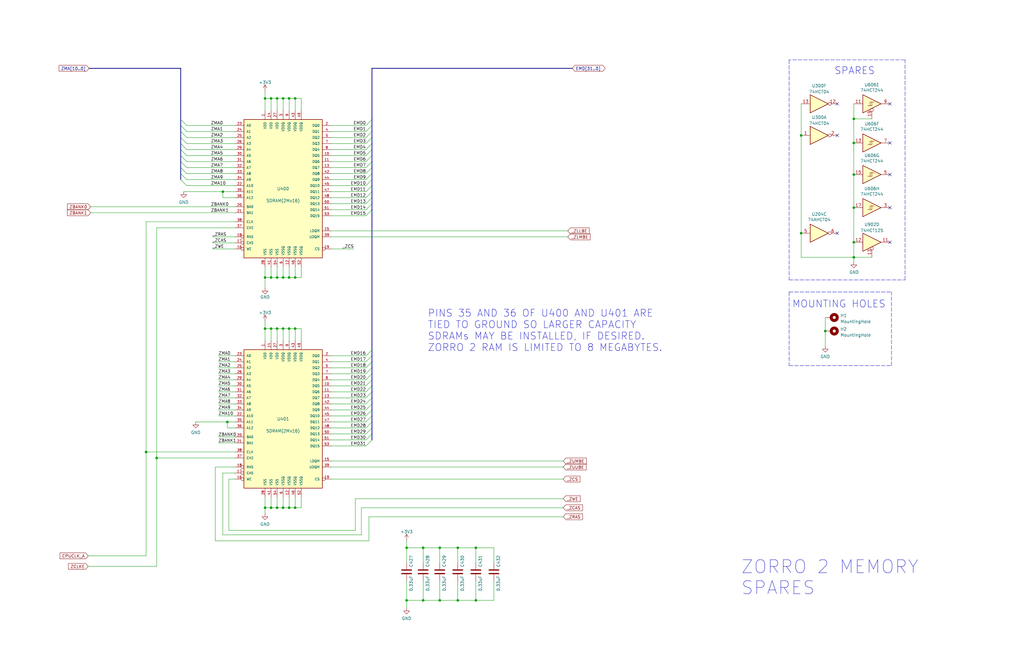
<source format=kicad_sch>
(kicad_sch (version 20211123) (generator eeschema)
  (paper "B")
  (title_block (title "Amiga N2630") (date "2022-07-22") (rev "2.1"))
  (lib_symbols
    (symbol "74xx:74HCT04"
      (property "Reference" "U" (at 0 1.27 0))
      (property "Value" "74HCT04" (at 0 -1.27 0))
      (symbol "74HCT04_1_0"
        (polyline (pts (xy -3.81 3.81) (xy -3.81 -3.81) (xy 3.81 0) (xy -3.81 3.81)) (stroke (width 0.254)) (fill (type background)))
        (pin input line (at -7.62 0 0) (length 3.81) (name "~") (number "1"))
        (pin output inverted (at 7.62 0 180) (length 3.81) (name "~") (number "2"))
      )
      (symbol "74HCT04_2_0"
        (polyline (pts (xy -3.81 3.81) (xy -3.81 -3.81) (xy 3.81 0) (xy -3.81 3.81)) (stroke (width 0.254)) (fill (type background)))
        (pin input line (at -7.62 0 0) (length 3.81) (name "~") (number "3"))
        (pin output inverted (at 7.62 0 180) (length 3.81) (name "~") (number "4"))
      )
      (symbol "74HCT04_3_0"
        (polyline (pts (xy -3.81 3.81) (xy -3.81 -3.81) (xy 3.81 0) (xy -3.81 3.81)) (stroke (width 0.254)) (fill (type background)))
        (pin input line (at -7.62 0 0) (length 3.81) (name "~") (number "5"))
        (pin output inverted (at 7.62 0 180) (length 3.81) (name "~") (number "6"))
      )
      (symbol "74HCT04_4_0"
        (polyline (pts (xy -3.81 3.81) (xy -3.81 -3.81) (xy 3.81 0) (xy -3.81 3.81)) (stroke (width 0.254)) (fill (type background)))
        (pin output inverted (at 7.62 0 180) (length 3.81) (name "~") (number "8"))
        (pin input line (at -7.62 0 0) (length 3.81) (name "~") (number "9"))
      )
      (symbol "74HCT04_5_0"
        (polyline (pts (xy -3.81 3.81) (xy -3.81 -3.81) (xy 3.81 0) (xy -3.81 3.81)) (stroke (width 0.254)) (fill (type background)))
        (pin output inverted (at 7.62 0 180) (length 3.81) (name "~") (number "10"))
        (pin input line (at -7.62 0 0) (length 3.81) (name "~") (number "11"))
      )
      (symbol "74HCT04_6_0"
        (polyline (pts (xy -3.81 3.81) (xy -3.81 -3.81) (xy 3.81 0) (xy -3.81 3.81)) (stroke (width 0.254)) (fill (type background)))
        (pin output inverted (at 7.62 0 180) (length 3.81) (name "~") (number "12"))
        (pin input line (at -7.62 0 0) (length 3.81) (name "~") (number "13"))
      )
      (symbol "74HCT04_7_0"
        (pin power_in line (at 0 12.7 270) (length 5.08) (name "VCC") (number "14"))
        (pin power_in line (at 0 -12.7 90) (length 5.08) (name "GND") (number "7"))
      )
      (symbol "74HCT04_7_1"
        (rectangle (start -5.08 7.62) (end 5.08 -7.62) (stroke (width 0.254)) (fill (type background)))
      )
    )
    (symbol "74xx:74LS05" (pin_names (offset 1.016))
      (property "Reference" "U" (at 0 1.27 0))
      (property "Value" "74LS05" (at 0 -1.27 0))
      (symbol "74LS05_1_0"
        (polyline (pts (xy -3.81 3.81) (xy -3.81 -3.81) (xy 3.81 0) (xy -3.81 3.81)) (stroke (width 0.254)) (fill (type background)))
        (pin input line (at -7.62 0 0) (length 3.81) (name "~") (number "1"))
        (pin open_collector inverted (at 7.62 0 180) (length 3.81) (name "~") (number "2"))
      )
      (symbol "74LS05_2_0"
        (polyline (pts (xy -3.81 3.81) (xy -3.81 -3.81) (xy 3.81 0) (xy -3.81 3.81)) (stroke (width 0.254)) (fill (type background)))
        (pin input line (at -7.62 0 0) (length 3.81) (name "~") (number "3"))
        (pin open_collector inverted (at 7.62 0 180) (length 3.81) (name "~") (number "4"))
      )
      (symbol "74LS05_3_0"
        (polyline (pts (xy -3.81 3.81) (xy -3.81 -3.81) (xy 3.81 0) (xy -3.81 3.81)) (stroke (width 0.254)) (fill (type background)))
        (pin input line (at -7.62 0 0) (length 3.81) (name "~") (number "5"))
        (pin open_collector inverted (at 7.62 0 180) (length 3.81) (name "~") (number "6"))
      )
      (symbol "74LS05_4_0"
        (polyline (pts (xy -3.81 3.81) (xy -3.81 -3.81) (xy 3.81 0) (xy -3.81 3.81)) (stroke (width 0.254)) (fill (type background)))
        (pin open_collector inverted (at 7.62 0 180) (length 3.81) (name "~") (number "8"))
        (pin input line (at -7.62 0 0) (length 3.81) (name "~") (number "9"))
      )
      (symbol "74LS05_5_0"
        (polyline (pts (xy -3.81 3.81) (xy -3.81 -3.81) (xy 3.81 0) (xy -3.81 3.81)) (stroke (width 0.254)) (fill (type background)))
        (pin open_collector inverted (at 7.62 0 180) (length 3.81) (name "~") (number "10"))
        (pin input line (at -7.62 0 0) (length 3.81) (name "~") (number "11"))
      )
      (symbol "74LS05_6_0"
        (polyline (pts (xy -3.81 3.81) (xy -3.81 -3.81) (xy 3.81 0) (xy -3.81 3.81)) (stroke (width 0.254)) (fill (type background)))
        (pin open_collector inverted (at 7.62 0 180) (length 3.81) (name "~") (number "12"))
        (pin input line (at -7.62 0 0) (length 3.81) (name "~") (number "13"))
      )
      (symbol "74LS05_7_0"
        (pin power_in line (at 0 12.7 270) (length 5.08) (name "VCC") (number "14"))
        (pin power_in line (at 0 -12.7 90) (length 5.08) (name "GND") (number "7"))
      )
      (symbol "74LS05_7_1"
        (rectangle (start -5.08 7.62) (end 5.08 -7.62) (stroke (width 0.254)) (fill (type background)))
      )
    )
    (symbol "74xx:74LS125" (pin_names (offset 1.016))
      (property "Reference" "U" (at 0 1.27 0))
      (property "Value" "74LS125" (at 0 -1.27 0))
      (symbol "74LS125_1_0"
        (polyline (pts (xy -3.81 3.81) (xy -3.81 -3.81) (xy 3.81 0) (xy -3.81 3.81)) (stroke (width 0.254)) (fill (type background)))
        (pin input inverted (at 0 -6.35 90) (length 4.445) (name "~") (number "1"))
        (pin input line (at -7.62 0 0) (length 3.81) (name "~") (number "2"))
        (pin tri_state line (at 7.62 0 180) (length 3.81) (name "~") (number "3"))
      )
      (symbol "74LS125_2_0"
        (polyline (pts (xy -3.81 3.81) (xy -3.81 -3.81) (xy 3.81 0) (xy -3.81 3.81)) (stroke (width 0.254)) (fill (type background)))
        (pin input inverted (at 0 -6.35 90) (length 4.445) (name "~") (number "4"))
        (pin input line (at -7.62 0 0) (length 3.81) (name "~") (number "5"))
        (pin tri_state line (at 7.62 0 180) (length 3.81) (name "~") (number "6"))
      )
      (symbol "74LS125_3_0"
        (polyline (pts (xy -3.81 3.81) (xy -3.81 -3.81) (xy 3.81 0) (xy -3.81 3.81)) (stroke (width 0.254)) (fill (type background)))
        (pin input inverted (at 0 -6.35 90) (length 4.445) (name "~") (number "10"))
        (pin tri_state line (at 7.62 0 180) (length 3.81) (name "~") (number "8"))
        (pin input line (at -7.62 0 0) (length 3.81) (name "~") (number "9"))
      )
      (symbol "74LS125_4_0"
        (polyline (pts (xy -3.81 3.81) (xy -3.81 -3.81) (xy 3.81 0) (xy -3.81 3.81)) (stroke (width 0.254)) (fill (type background)))
        (pin tri_state line (at 7.62 0 180) (length 3.81) (name "~") (number "11"))
        (pin input line (at -7.62 0 0) (length 3.81) (name "~") (number "12"))
        (pin input inverted (at 0 -6.35 90) (length 4.445) (name "~") (number "13"))
      )
      (symbol "74LS125_5_0"
        (pin power_in line (at 0 12.7 270) (length 5.08) (name "VCC") (number "14"))
        (pin power_in line (at 0 -12.7 90) (length 5.08) (name "GND") (number "7"))
      )
      (symbol "74LS125_5_1"
        (rectangle (start -5.08 7.62) (end 5.08 -7.62) (stroke (width 0.254)) (fill (type background)))
      )
    )
    (symbol "74xx:74LS244_Split"
      (property "Reference" "U" (at 0 1.27 0))
      (property "Value" "74LS244_Split" (at 0 -1.27 0))
      (symbol "74LS244_Split_1_0"
        (polyline (pts (xy -3.81 3.81) (xy -3.81 -3.81) (xy 3.81 0) (xy -3.81 3.81)) (stroke (width 0.254)) (fill (type background)))
        (pin input inverted (at 0 -6.35 90) (length 4.445) (name "~") (number "1"))
        (pin tri_state line (at 7.62 0 180) (length 3.81) (name "~") (number "18"))
        (pin input line (at -7.62 0 0) (length 3.81) (name "~") (number "2"))
      )
      (symbol "74LS244_Split_1_1"
        (polyline (pts (xy 0 0.762) (xy 0 -0.762) (xy -1.778 -0.762)))
        (polyline (pts (xy 1.016 0.762) (xy -0.762 0.762) (xy -0.762 -0.762)))
      )
      (symbol "74LS244_Split_2_0"
        (polyline (pts (xy -3.81 3.81) (xy -3.81 -3.81) (xy 3.81 0) (xy -3.81 3.81)) (stroke (width 0.254)) (fill (type background)))
        (pin tri_state line (at 7.62 0 180) (length 3.81) (name "~") (number "16"))
        (pin input line (at -7.62 0 0) (length 3.81) (name "~") (number "4"))
      )
      (symbol "74LS244_Split_2_1"
        (polyline (pts (xy 0 0.762) (xy 0 -0.762) (xy -1.778 -0.762)))
        (polyline (pts (xy 1.016 0.762) (xy -0.762 0.762) (xy -0.762 -0.762)))
      )
      (symbol "74LS244_Split_3_0"
        (polyline (pts (xy -3.81 3.81) (xy -3.81 -3.81) (xy 3.81 0) (xy -3.81 3.81)) (stroke (width 0.254)) (fill (type background)))
        (pin tri_state line (at 7.62 0 180) (length 3.81) (name "~") (number "14"))
        (pin input line (at -7.62 0 0) (length 3.81) (name "~") (number "6"))
      )
      (symbol "74LS244_Split_3_1"
        (polyline (pts (xy 0 0.762) (xy 0 -0.762) (xy -1.778 -0.762)))
        (polyline (pts (xy 1.016 0.762) (xy -0.762 0.762) (xy -0.762 -0.762)))
      )
      (symbol "74LS244_Split_4_0"
        (polyline (pts (xy -3.81 3.81) (xy -3.81 -3.81) (xy 3.81 0) (xy -3.81 3.81)) (stroke (width 0.254)) (fill (type background)))
        (pin tri_state line (at 7.62 0 180) (length 3.81) (name "~") (number "12"))
        (pin input line (at -7.62 0 0) (length 3.81) (name "~") (number "8"))
      )
      (symbol "74LS244_Split_4_1"
        (polyline (pts (xy 0 0.762) (xy 0 -0.762) (xy -1.778 -0.762)))
        (polyline (pts (xy 1.016 0.762) (xy -0.762 0.762) (xy -0.762 -0.762)))
      )
      (symbol "74LS244_Split_5_0"
        (polyline (pts (xy -3.81 3.81) (xy -3.81 -3.81) (xy 3.81 0) (xy -3.81 3.81)) (stroke (width 0.254)) (fill (type background)))
        (pin input line (at -7.62 0 0) (length 3.81) (name "~") (number "11"))
        (pin input inverted (at 0 -6.35 90) (length 4.445) (name "~") (number "19"))
        (pin tri_state line (at 7.62 0 180) (length 3.81) (name "~") (number "9"))
      )
      (symbol "74LS244_Split_5_1"
        (polyline (pts (xy 0 0.762) (xy 0 -0.762) (xy -1.778 -0.762)))
        (polyline (pts (xy 1.016 0.762) (xy -0.762 0.762) (xy -0.762 -0.762)))
      )
      (symbol "74LS244_Split_6_0"
        (polyline (pts (xy -3.81 3.81) (xy -3.81 -3.81) (xy 3.81 0) (xy -3.81 3.81)) (stroke (width 0.254)) (fill (type background)))
        (pin input line (at -7.62 0 0) (length 3.81) (name "~") (number "13"))
        (pin tri_state line (at 7.62 0 180) (length 3.81) (name "~") (number "7"))
      )
      (symbol "74LS244_Split_6_1"
        (polyline (pts (xy 0 0.762) (xy 0 -0.762) (xy -1.778 -0.762)))
        (polyline (pts (xy 1.016 0.762) (xy -0.762 0.762) (xy -0.762 -0.762)))
      )
      (symbol "74LS244_Split_7_0"
        (polyline (pts (xy -3.81 3.81) (xy -3.81 -3.81) (xy 3.81 0) (xy -3.81 3.81)) (stroke (width 0.254)) (fill (type background)))
        (pin input line (at -7.62 0 0) (length 3.81) (name "~") (number "15"))
        (pin tri_state line (at 7.62 0 180) (length 3.81) (name "~") (number "5"))
      )
      (symbol "74LS244_Split_7_1"
        (polyline (pts (xy 0 0.762) (xy 0 -0.762) (xy -1.778 -0.762)))
        (polyline (pts (xy 1.016 0.762) (xy -0.762 0.762) (xy -0.762 -0.762)))
      )
      (symbol "74LS244_Split_8_0"
        (polyline (pts (xy -3.81 3.81) (xy -3.81 -3.81) (xy 3.81 0) (xy -3.81 3.81)) (stroke (width 0.254)) (fill (type background)))
        (pin input line (at -7.62 0 0) (length 3.81) (name "~") (number "17"))
        (pin tri_state line (at 7.62 0 180) (length 3.81) (name "~") (number "3"))
      )
      (symbol "74LS244_Split_8_1"
        (polyline (pts (xy 0 0.762) (xy 0 -0.762) (xy -1.778 -0.762)))
        (polyline (pts (xy 1.016 0.762) (xy -0.762 0.762) (xy -0.762 -0.762)))
      )
      (symbol "74LS244_Split_9_0"
        (pin power_in line (at 0 -12.7 90) (length 5.08) (name "GND") (number "10"))
        (pin power_in line (at 0 12.7 270) (length 5.08) (name "VCC") (number "20"))
      )
      (symbol "74LS244_Split_9_1"
        (rectangle (start -5.08 7.62) (end 5.08 -7.62) (stroke (width 0.254)) (fill (type background)))
      )
    )
    (symbol "Device:C" (pin_numbers hide) (pin_names (offset 0.254))
      (property "Reference" "C" (at 0.635 2.54 0))
      (property "Value" "C" (at 0.635 -2.54 0))
      (symbol "C_0_1"
        (polyline (pts (xy -2.032 -0.762) (xy 2.032 -0.762)) (stroke (width 0.508)))
        (polyline (pts (xy -2.032 0.762) (xy 2.032 0.762)) (stroke (width 0.508)))
      )
      (symbol "C_1_1"
        (pin passive line (at 0 3.81 270) (length 2.794) (name "~") (number "1"))
        (pin passive line (at 0 -3.81 90) (length 2.794) (name "~") (number "2"))
      )
    )
    (symbol "Mechanical:MountingHole_Pad" (pin_numbers hide) (pin_names (offset 1.016) hide)
      (property "Reference" "H" (at 0 6.35 0))
      (property "Value" "MountingHole_Pad" (at 0 4.445 0))
      (symbol "MountingHole_Pad_0_1"
        (circle (center 0 1.27) (radius 1.27) (stroke (width 1.27)))
      )
      (symbol "MountingHole_Pad_1_1"
        (pin input line (at 0 -2.54 90) (length 2.54) (name "1") (number "1"))
      )
    )
    (symbol "N2630:SDRAM_256MB(16Mx16)" (pin_names (offset 1.016))
      (property "Reference" "U" (at -1.27 3.81 0))
      (property "Value" "SDRAM_256MB(16Mx16)" (at 0 -3.81 0))
      (symbol "SDRAM_256MB(16Mx16)_0_0"
        (pin input line (at -20.32 -3.81 0) (length 3.81) (name "A12") (number "36"))
      )
      (symbol "SDRAM_256MB(16Mx16)_0_1"
        (rectangle (start -16.51 29.21) (end 16.51 -29.21) (stroke (width 0.254)) (fill (type background)))
      )
      (symbol "SDRAM_256MB(16Mx16)_1_1"
        (pin power_in line (at -7.62 33.02 270) (length 3.81) (name "VDD") (number "1"))
        (pin bidirectional line (at 20.32 13.97 180) (length 3.81) (name "DQ5") (number "10"))
        (pin bidirectional line (at 20.32 11.43 180) (length 3.81) (name "DQ6") (number "11"))
        (pin power_in line (at 2.54 -33.02 90) (length 3.81) (name "VSSQ") (number "12"))
        (pin bidirectional line (at 20.32 8.89 180) (length 3.81) (name "DQ7") (number "13"))
        (pin power_in line (at -5.08 33.02 270) (length 3.81) (name "VDD") (number "14"))
        (pin input line (at 20.32 -17.78 180) (length 3.81) (name "LDQM") (number "15"))
        (pin input inverted (at -20.32 -25.4 0) (length 3.81) (name "WE") (number "16"))
        (pin input inverted (at -20.32 -22.86 0) (length 3.81) (name "CAS") (number "17"))
        (pin input inverted (at -20.32 -20.32 0) (length 3.81) (name "RAS") (number "18"))
        (pin input inverted (at 20.32 -25.4 180) (length 3.81) (name "CS") (number "19"))
        (pin bidirectional line (at 20.32 26.67 180) (length 3.81) (name "DQ0") (number "2"))
        (pin input line (at -20.32 -7.62 0) (length 3.81) (name "BA0") (number "20"))
        (pin input line (at -20.32 -10.16 0) (length 3.81) (name "BA1") (number "21"))
        (pin input line (at -20.32 1.27 0) (length 3.81) (name "A10") (number "22"))
        (pin input line (at -20.32 26.67 0) (length 3.81) (name "A0") (number "23"))
        (pin input line (at -20.32 24.13 0) (length 3.81) (name "A1") (number "24"))
        (pin input line (at -20.32 21.59 0) (length 3.81) (name "A2") (number "25"))
        (pin input line (at -20.32 19.05 0) (length 3.81) (name "A3") (number "26"))
        (pin power_in line (at -2.54 33.02 270) (length 3.81) (name "VDD") (number "27"))
        (pin power_in line (at -7.62 -33.02 90) (length 3.81) (name "VSS") (number "28"))
        (pin input line (at -20.32 16.51 0) (length 3.81) (name "A4") (number "29"))
        (pin power_in line (at 0 33.02 270) (length 3.81) (name "VDDQ") (number "3"))
        (pin input line (at -20.32 13.97 0) (length 3.81) (name "A5") (number "30"))
        (pin input line (at -20.32 11.43 0) (length 3.81) (name "A6") (number "31"))
        (pin input line (at -20.32 8.89 0) (length 3.81) (name "A7") (number "32"))
        (pin input line (at -20.32 6.35 0) (length 3.81) (name "A8") (number "33"))
        (pin input line (at -20.32 3.81 0) (length 3.81) (name "A9") (number "34"))
        (pin input line (at -20.32 -1.27 0) (length 3.81) (name "A11") (number "35"))
        (pin input line (at -20.32 -16.51 0) (length 3.81) (name "CKE") (number "37"))
        (pin input line (at -20.32 -13.97 0) (length 3.81) (name "CLK") (number "38"))
        (pin input line (at 20.32 -20.32 180) (length 3.81) (name "UDQM") (number "39"))
        (pin bidirectional line (at 20.32 24.13 180) (length 3.81) (name "DQ1") (number "4"))
        (pin power_in line (at -5.08 -33.02 90) (length 3.81) (name "VSS") (number "41"))
        (pin bidirectional line (at 20.32 6.35 180) (length 3.81) (name "DQ8") (number "42"))
        (pin power_in line (at 5.08 33.02 270) (length 3.81) (name "VDDQ") (number "43"))
        (pin bidirectional line (at 20.32 3.81 180) (length 3.81) (name "DQ9") (number "44"))
        (pin bidirectional line (at 20.32 1.27 180) (length 3.81) (name "DQ10") (number "45"))
        (pin power_in line (at 5.08 -33.02 90) (length 3.81) (name "VSSQ") (number "46"))
        (pin bidirectional line (at 20.32 -1.27 180) (length 3.81) (name "DQ11") (number "47"))
        (pin bidirectional line (at 20.32 -3.81 180) (length 3.81) (name "DQ12") (number "48"))
        (pin power_in line (at 7.62 33.02 270) (length 3.81) (name "VDDQ") (number "49"))
        (pin bidirectional line (at 20.32 21.59 180) (length 3.81) (name "DQ2") (number "5"))
        (pin bidirectional line (at 20.32 -6.35 180) (length 3.81) (name "DQ13") (number "50"))
        (pin bidirectional line (at 20.32 -8.89 180) (length 3.81) (name "DQ14") (number "51"))
        (pin power_in line (at 7.62 -33.02 90) (length 3.81) (name "VSSQ") (number "52"))
        (pin bidirectional line (at 20.32 -11.43 180) (length 3.81) (name "DQ15") (number "53"))
        (pin power_in line (at -2.54 -33.02 90) (length 3.81) (name "VSS") (number "54"))
        (pin power_in line (at 0 -33.02 90) (length 3.81) (name "VSSQ") (number "6"))
        (pin bidirectional line (at 20.32 19.05 180) (length 3.81) (name "DQ3") (number "7"))
        (pin bidirectional line (at 20.32 16.51 180) (length 3.81) (name "DQ4") (number "8"))
        (pin power_in line (at 2.54 33.02 270) (length 3.81) (name "VDDQ") (number "9"))
      )
    )
    (symbol "power:+3.3V" (power) (pin_names (offset 0))
      (property "Value" "+3.3V" (at 0 3.556 0))
      (symbol "+3.3V_0_1"
        (polyline (pts (xy -0.762 1.27) (xy 0 2.54)))
        (polyline (pts (xy 0 0) (xy 0 2.54)))
        (polyline (pts (xy 0 2.54) (xy 0.762 1.27)))
      )
      (symbol "+3.3V_1_1"
        (pin power_in line (at 0 0 90) (length 0) hide (name "+3V3") (number "1"))
      )
    )
    (symbol "power:GND" (power) (pin_names (offset 0))
      (property "Value" "GND" (at 0 -3.81 0))
      (symbol "GND_0_1"
        (polyline (pts (xy 0 0) (xy 0 -1.27) (xy 1.27 -1.27) (xy 0 -2.54) (xy -1.27 -1.27) (xy 0 -1.27)))
      )
      (symbol "GND_1_1"
        (pin power_in line (at 0 0 270) (length 0) hide (name "GND") (number "1"))
      )
    )
  )
  (junction (at 171.45 253.365))
  (junction (at 119.38 138.684))
  (junction (at 360.045 108.585))
  (junction (at 121.92 41.529))
  (junction (at 111.76 117.094))
  (junction (at 111.76 138.684))
  (junction (at 171.45 231.14))
  (junction (at 193.04 231.14))
  (junction (at 124.46 41.529))
  (junction (at 178.435 231.14))
  (junction (at 95.885 178.054))
  (junction (at 114.3 214.249))
  (junction (at 114.3 117.094))
  (junction (at 111.76 41.529))
  (junction (at 116.84 41.529))
  (junction (at 93.98 80.899))
  (junction (at 178.435 253.365))
  (junction (at 114.3 138.684))
  (junction (at 200.66 253.365))
  (junction (at 360.045 87.63))
  (junction (at 121.92 138.684))
  (junction (at 61.595 190.754))
  (junction (at 119.38 117.094))
  (junction (at 116.84 117.094))
  (junction (at 114.3 41.529))
  (junction (at 116.84 214.249))
  (junction (at 116.84 138.684))
  (junction (at 360.045 60.325))
  (junction (at 360.045 102.235))
  (junction (at 337.82 98.425))
  (junction (at 337.82 57.15))
  (junction (at 124.46 138.684))
  (junction (at 124.46 117.094))
  (junction (at 124.46 214.249))
  (junction (at 185.42 253.365))
  (junction (at 347.98 139.7))
  (junction (at 119.38 41.529))
  (junction (at 200.66 231.14))
  (junction (at 360.045 50.165))
  (junction (at 119.38 214.249))
  (junction (at 111.76 214.249))
  (junction (at 66.04 193.294))
  (junction (at 121.92 214.249))
  (junction (at 360.045 73.66))
  (junction (at 121.92 117.094))
  (junction (at 185.42 231.14))
  (junction (at 193.04 253.365))
  (no_connect (at 375.285 102.235))
  (no_connect (at 375.285 43.815))
  (no_connect (at 375.285 87.63))
  (no_connect (at 375.285 60.325))
  (no_connect (at 375.285 73.66))
  (no_connect (at 353.06 43.815))
  (no_connect (at 353.06 98.425))
  (no_connect (at 353.06 57.15))
  (bus_entry (at 154.305 152.654) (size 2.54 -2.54))
  (bus_entry (at 154.305 55.499) (size 2.54 -2.54))
  (bus_entry (at 154.305 175.514) (size 2.54 -2.54))
  (bus_entry (at 154.305 185.674) (size 2.54 -2.54))
  (bus_entry (at 154.305 65.659) (size 2.54 -2.54))
  (bus_entry (at 154.305 91.059) (size 2.54 -2.54))
  (bus_entry (at 154.305 157.734) (size 2.54 -2.54))
  (bus_entry (at 154.305 75.819) (size 2.54 -2.54))
  (bus_entry (at 154.305 188.214) (size 2.54 -2.54))
  (bus_entry (at 154.305 70.739) (size 2.54 -2.54))
  (bus_entry (at 154.305 165.354) (size 2.54 -2.54))
  (bus_entry (at 154.305 178.054) (size 2.54 -2.54))
  (bus_entry (at 154.305 80.899) (size 2.54 -2.54))
  (bus_entry (at 154.305 160.274) (size 2.54 -2.54))
  (bus_entry (at 154.305 162.814) (size 2.54 -2.54))
  (bus_entry (at 154.305 68.199) (size 2.54 -2.54))
  (bus_entry (at 154.305 58.039) (size 2.54 -2.54))
  (bus_entry (at 154.305 183.134) (size 2.54 -2.54))
  (bus_entry (at 154.305 85.979) (size 2.54 -2.54))
  (bus_entry (at 154.305 170.434) (size 2.54 -2.54))
  (bus_entry (at 154.432 150.114) (size 2.54 -2.54))
  (bus_entry (at 154.305 155.194) (size 2.54 -2.54))
  (bus_entry (at 154.305 180.594) (size 2.54 -2.54))
  (bus_entry (at 154.305 60.579) (size 2.54 -2.54))
  (bus_entry (at 154.305 73.279) (size 2.54 -2.54))
  (bus_entry (at 154.305 172.974) (size 2.54 -2.54))
  (bus_entry (at 154.305 88.519) (size 2.54 -2.54))
  (bus_entry (at 154.305 83.439) (size 2.54 -2.54))
  (bus_entry (at 154.305 52.959) (size 2.54 -2.54))
  (bus_entry (at 78.74 52.959) (size -2.54 -2.54))
  (bus_entry (at 78.74 55.499) (size -2.54 -2.54))
  (bus_entry (at 78.74 58.039) (size -2.54 -2.54))
  (bus_entry (at 78.74 60.579) (size -2.54 -2.54))
  (bus_entry (at 78.74 63.119) (size -2.54 -2.54))
  (bus_entry (at 78.74 70.739) (size -2.54 -2.54))
  (bus_entry (at 78.74 73.279) (size -2.54 -2.54))
  (bus_entry (at 78.74 75.819) (size -2.54 -2.54))
  (bus_entry (at 78.74 78.359) (size -2.54 -2.54))
  (bus_entry (at 78.74 68.199) (size -2.54 -2.54))
  (bus_entry (at 78.74 65.659) (size -2.54 -2.54))
  (bus_entry (at 154.305 78.359) (size 2.54 -2.54))
  (bus_entry (at 154.305 167.894) (size 2.54 -2.54))
  (bus_entry (at 154.305 63.119) (size 2.54 -2.54))
  (wire (pts (xy 92.075 165.354) (xy 99.06 165.354)))
  (wire (pts (xy 367.665 50.165) (xy 360.045 50.165)))
  (wire (pts (xy 139.7 162.814) (xy 154.305 162.814)))
  (wire (pts (xy 66.04 193.294) (xy 66.04 96.139)))
  (wire (pts (xy 93.98 199.644) (xy 93.98 225.679)))
  (wire (pts (xy 78.74 58.039) (xy 99.06 58.039)))
  (wire (pts (xy 111.76 214.249) (xy 114.3 214.249)))
  (bus (pts (xy 156.845 85.979) (xy 156.845 83.439)))
  (wire (pts (xy 139.7 160.274) (xy 154.305 160.274)))
  (wire (pts (xy 208.28 253.365) (xy 208.28 245.11)))
  (wire (pts (xy 121.92 138.684) (xy 121.92 143.764)))
  (wire (pts (xy 92.075 172.974) (xy 99.06 172.974)))
  (wire (pts (xy 121.92 209.804) (xy 121.92 214.249)))
  (wire (pts (xy 114.3 41.529) (xy 116.84 41.529)))
  (wire (pts (xy 127 209.804) (xy 127 214.249)))
  (wire (pts (xy 78.74 78.359) (xy 99.06 78.359)))
  (wire (pts (xy 139.7 172.974) (xy 154.305 172.974)))
  (wire (pts (xy 139.7 180.594) (xy 154.305 180.594)))
  (wire (pts (xy 119.38 117.094) (xy 121.92 117.094)))
  (wire (pts (xy 116.84 138.684) (xy 116.84 143.764)))
  (wire (pts (xy 149.86 210.439) (xy 237.49 210.439)))
  (wire (pts (xy 114.3 138.684) (xy 116.84 138.684)))
  (wire (pts (xy 78.74 70.739) (xy 99.06 70.739)))
  (wire (pts (xy 124.46 112.649) (xy 124.46 117.094)))
  (wire (pts (xy 121.92 214.249) (xy 124.46 214.249)))
  (wire (pts (xy 116.84 112.649) (xy 116.84 117.094)))
  (wire (pts (xy 119.38 214.249) (xy 121.92 214.249)))
  (wire (pts (xy 96.52 223.774) (xy 149.86 223.774)))
  (wire (pts (xy 171.45 253.365) (xy 171.45 256.54)))
  (bus (pts (xy 37.592 28.829) (xy 76.2 28.829)))
  (bus (pts (xy 156.845 28.829) (xy 241.3 28.829)))
  (bus (pts (xy 76.2 68.199) (xy 76.2 65.659)))
  (bus (pts (xy 156.845 160.274) (xy 156.845 157.734)))
  (wire (pts (xy 111.76 46.609) (xy 111.76 41.529)))
  (bus (pts (xy 156.845 55.499) (xy 156.845 52.959)))
  (wire (pts (xy 95.885 178.054) (xy 99.06 178.054)))
  (bus (pts (xy 156.845 83.439) (xy 156.845 80.899)))
  (wire (pts (xy 171.45 253.365) (xy 178.435 253.365)))
  (wire (pts (xy 139.7 105.029) (xy 149.225 105.029)))
  (wire (pts (xy 78.74 73.279) (xy 99.06 73.279)))
  (bus (pts (xy 76.2 70.739) (xy 76.2 68.199)))
  (wire (pts (xy 360.045 108.585) (xy 360.045 110.49)))
  (wire (pts (xy 208.28 231.14) (xy 200.66 231.14)))
  (wire (pts (xy 139.7 91.059) (xy 154.305 91.059)))
  (wire (pts (xy 139.7 185.674) (xy 154.305 185.674)))
  (wire (pts (xy 200.66 253.365) (xy 200.66 245.11)))
  (wire (pts (xy 193.04 237.49) (xy 193.04 231.14)))
  (wire (pts (xy 139.7 157.734) (xy 154.305 157.734)))
  (wire (pts (xy 337.82 43.815) (xy 337.82 57.15)))
  (wire (pts (xy 96.52 202.184) (xy 96.52 223.774)))
  (wire (pts (xy 99.06 93.599) (xy 61.595 93.599)))
  (wire (pts (xy 193.04 253.365) (xy 200.66 253.365)))
  (wire (pts (xy 124.46 138.684) (xy 124.46 143.764)))
  (wire (pts (xy 152.4 225.679) (xy 152.4 214.249)))
  (wire (pts (xy 78.74 52.959) (xy 99.06 52.959)))
  (bus (pts (xy 156.845 52.959) (xy 156.845 50.419)))
  (bus (pts (xy 156.845 178.054) (xy 156.845 175.514)))
  (wire (pts (xy 360.045 60.325) (xy 360.045 73.66)))
  (wire (pts (xy 111.76 117.094) (xy 111.76 121.539)))
  (bus (pts (xy 156.845 185.674) (xy 156.845 183.134)))
  (wire (pts (xy 139.7 167.894) (xy 154.305 167.894)))
  (bus (pts (xy 76.2 55.499) (xy 76.2 52.959)))
  (wire (pts (xy 139.7 152.654) (xy 154.305 152.654)))
  (wire (pts (xy 92.075 157.734) (xy 99.06 157.734)))
  (wire (pts (xy 200.66 231.14) (xy 193.04 231.14)))
  (wire (pts (xy 111.76 209.804) (xy 111.76 214.249)))
  (wire (pts (xy 139.7 65.659) (xy 154.305 65.659)))
  (wire (pts (xy 78.74 65.659) (xy 99.06 65.659)))
  (wire (pts (xy 116.84 138.684) (xy 119.38 138.684)))
  (wire (pts (xy 78.74 55.499) (xy 99.06 55.499)))
  (wire (pts (xy 99.06 199.644) (xy 93.98 199.644)))
  (wire (pts (xy 114.3 117.094) (xy 116.84 117.094)))
  (wire (pts (xy 139.7 78.359) (xy 154.305 78.359)))
  (bus (pts (xy 156.845 183.134) (xy 156.845 180.594)))
  (wire (pts (xy 360.045 73.66) (xy 360.045 87.63)))
  (wire (pts (xy 360.045 108.585) (xy 337.82 108.585)))
  (wire (pts (xy 90.805 228.219) (xy 155.575 228.219)))
  (polyline (pts (xy 332.74 25.273) (xy 332.74 118.11)))
  (bus (pts (xy 156.845 78.359) (xy 156.845 75.819)))
  (wire (pts (xy 92.075 160.274) (xy 99.06 160.274)))
  (polyline (pts (xy 375.92 154.305) (xy 375.92 123.19)))
  (bus (pts (xy 156.845 58.039) (xy 156.845 55.499)))
  (bus (pts (xy 156.845 165.354) (xy 156.845 162.814)))
  (wire (pts (xy 124.46 138.684) (xy 127 138.684)))
  (wire (pts (xy 178.435 245.11) (xy 178.435 253.365)))
  (bus (pts (xy 156.845 155.194) (xy 156.845 152.654)))
  (wire (pts (xy 61.595 93.599) (xy 61.595 190.754)))
  (wire (pts (xy 61.595 190.754) (xy 61.595 234.569)))
  (wire (pts (xy 139.7 85.979) (xy 154.305 85.979)))
  (bus (pts (xy 156.845 80.899) (xy 156.845 78.359)))
  (wire (pts (xy 200.66 253.365) (xy 208.28 253.365)))
  (polyline (pts (xy 381.635 25.273) (xy 332.74 25.273)))
  (wire (pts (xy 139.7 150.114) (xy 154.432 150.114)))
  (wire (pts (xy 139.7 55.499) (xy 154.305 55.499)))
  (wire (pts (xy 139.7 60.579) (xy 154.305 60.579)))
  (polyline (pts (xy 332.74 123.19) (xy 332.74 154.305)))
  (wire (pts (xy 139.7 73.279) (xy 154.305 73.279)))
  (wire (pts (xy 178.435 253.365) (xy 185.42 253.365)))
  (bus (pts (xy 156.845 73.279) (xy 156.845 70.739)))
  (wire (pts (xy 93.98 83.439) (xy 93.98 80.899)))
  (wire (pts (xy 360.045 43.815) (xy 360.045 50.165)))
  (bus (pts (xy 156.845 175.514) (xy 156.845 172.974)))
  (wire (pts (xy 152.4 214.249) (xy 237.49 214.249)))
  (wire (pts (xy 127 138.684) (xy 127 143.764)))
  (wire (pts (xy 78.74 63.119) (xy 99.06 63.119)))
  (bus (pts (xy 76.2 52.959) (xy 76.2 50.419)))
  (wire (pts (xy 89.535 105.029) (xy 99.06 105.029)))
  (wire (pts (xy 92.075 184.404) (xy 99.06 184.404)))
  (wire (pts (xy 139.7 197.104) (xy 237.49 197.104)))
  (wire (pts (xy 111.76 41.529) (xy 114.3 41.529)))
  (wire (pts (xy 92.075 186.944) (xy 99.06 186.944)))
  (wire (pts (xy 119.38 112.649) (xy 119.38 117.094)))
  (wire (pts (xy 89.535 102.489) (xy 99.06 102.489)))
  (wire (pts (xy 111.76 117.094) (xy 114.3 117.094)))
  (wire (pts (xy 116.84 117.094) (xy 119.38 117.094)))
  (wire (pts (xy 139.7 194.564) (xy 237.49 194.564)))
  (wire (pts (xy 61.595 190.754) (xy 99.06 190.754)))
  (wire (pts (xy 114.3 112.649) (xy 114.3 117.094)))
  (wire (pts (xy 171.45 245.11) (xy 171.45 253.365)))
  (wire (pts (xy 114.3 214.249) (xy 116.84 214.249)))
  (wire (pts (xy 139.7 165.354) (xy 154.305 165.354)))
  (wire (pts (xy 116.84 41.529) (xy 116.84 46.609)))
  (wire (pts (xy 139.7 68.199) (xy 154.305 68.199)))
  (wire (pts (xy 92.075 150.114) (xy 99.06 150.114)))
  (wire (pts (xy 111.76 214.249) (xy 111.76 216.789)))
  (wire (pts (xy 139.7 63.119) (xy 154.305 63.119)))
  (wire (pts (xy 119.38 138.684) (xy 121.92 138.684)))
  (wire (pts (xy 139.7 58.039) (xy 154.305 58.039)))
  (wire (pts (xy 139.7 183.134) (xy 154.305 183.134)))
  (wire (pts (xy 337.82 57.15) (xy 337.82 98.425)))
  (bus (pts (xy 156.845 180.594) (xy 156.845 178.054)))
  (wire (pts (xy 124.46 41.529) (xy 124.46 46.609)))
  (wire (pts (xy 66.04 193.294) (xy 99.06 193.294)))
  (wire (pts (xy 119.38 41.529) (xy 119.38 46.609)))
  (wire (pts (xy 193.04 253.365) (xy 193.04 245.11)))
  (wire (pts (xy 178.435 231.14) (xy 178.435 237.49)))
  (wire (pts (xy 111.76 135.509) (xy 111.76 138.684)))
  (wire (pts (xy 111.76 112.649) (xy 111.76 117.094)))
  (wire (pts (xy 99.06 197.104) (xy 90.805 197.104)))
  (wire (pts (xy 78.74 60.579) (xy 99.06 60.579)))
  (wire (pts (xy 139.7 202.184) (xy 237.49 202.184)))
  (wire (pts (xy 139.7 178.054) (xy 154.305 178.054)))
  (wire (pts (xy 139.7 83.439) (xy 154.305 83.439)))
  (bus (pts (xy 156.845 152.654) (xy 156.845 150.114)))
  (wire (pts (xy 347.98 133.985) (xy 347.98 139.7)))
  (wire (pts (xy 139.7 88.519) (xy 154.305 88.519)))
  (wire (pts (xy 99.06 180.594) (xy 95.885 180.594)))
  (bus (pts (xy 76.2 58.039) (xy 76.2 55.499)))
  (wire (pts (xy 185.42 231.14) (xy 178.435 231.14)))
  (wire (pts (xy 111.76 38.354) (xy 111.76 41.529)))
  (wire (pts (xy 92.075 162.814) (xy 99.06 162.814)))
  (wire (pts (xy 139.7 155.194) (xy 154.305 155.194)))
  (wire (pts (xy 200.66 237.49) (xy 200.66 231.14)))
  (bus (pts (xy 156.845 167.894) (xy 156.845 165.354)))
  (bus (pts (xy 156.845 172.974) (xy 156.845 170.434)))
  (wire (pts (xy 208.28 237.49) (xy 208.28 231.14)))
  (wire (pts (xy 185.42 245.11) (xy 185.42 253.365)))
  (wire (pts (xy 124.46 41.529) (xy 127 41.529)))
  (wire (pts (xy 92.075 167.894) (xy 99.06 167.894)))
  (wire (pts (xy 139.7 80.899) (xy 154.305 80.899)))
  (wire (pts (xy 178.435 231.14) (xy 171.45 231.14)))
  (wire (pts (xy 139.7 97.409) (xy 239.395 97.409)))
  (wire (pts (xy 78.74 75.819) (xy 99.06 75.819)))
  (wire (pts (xy 121.92 112.649) (xy 121.92 117.094)))
  (bus (pts (xy 156.845 150.114) (xy 156.845 88.519)))
  (wire (pts (xy 149.86 223.774) (xy 149.86 210.439)))
  (wire (pts (xy 111.76 143.764) (xy 111.76 138.684)))
  (wire (pts (xy 124.46 117.094) (xy 127 117.094)))
  (wire (pts (xy 360.045 50.165) (xy 360.045 60.325)))
  (wire (pts (xy 99.06 202.184) (xy 96.52 202.184)))
  (wire (pts (xy 139.7 70.739) (xy 154.305 70.739)))
  (bus (pts (xy 156.845 65.659) (xy 156.845 63.119)))
  (polyline (pts (xy 332.74 154.305) (xy 375.92 154.305)))
  (wire (pts (xy 114.3 209.804) (xy 114.3 214.249)))
  (bus (pts (xy 156.845 68.199) (xy 156.845 65.659)))
  (wire (pts (xy 99.06 83.439) (xy 93.98 83.439)))
  (bus (pts (xy 76.2 75.819) (xy 76.2 73.279)))
  (bus (pts (xy 76.2 65.659) (xy 76.2 63.119)))
  (polyline (pts (xy 332.74 118.11) (xy 381.635 118.11)))
  (wire (pts (xy 139.7 75.819) (xy 154.305 75.819)))
  (bus (pts (xy 156.845 170.434) (xy 156.845 167.894)))
  (bus (pts (xy 156.845 70.739) (xy 156.845 68.199)))
  (bus (pts (xy 76.2 60.579) (xy 76.2 58.039)))
  (wire (pts (xy 37.211 239.014) (xy 66.04 239.014)))
  (wire (pts (xy 92.075 155.194) (xy 99.06 155.194)))
  (wire (pts (xy 77.47 80.899) (xy 93.98 80.899)))
  (wire (pts (xy 121.92 41.529) (xy 124.46 41.529)))
  (wire (pts (xy 185.42 231.14) (xy 185.42 237.49)))
  (wire (pts (xy 119.38 209.804) (xy 119.38 214.249)))
  (wire (pts (xy 89.535 99.949) (xy 99.06 99.949)))
  (wire (pts (xy 92.075 175.514) (xy 99.06 175.514)))
  (wire (pts (xy 114.3 41.529) (xy 114.3 46.609)))
  (bus (pts (xy 156.845 88.519) (xy 156.845 85.979)))
  (wire (pts (xy 116.84 209.804) (xy 116.84 214.249)))
  (wire (pts (xy 121.92 138.684) (xy 124.46 138.684)))
  (wire (pts (xy 127 112.649) (xy 127 117.094)))
  (wire (pts (xy 171.45 231.14) (xy 171.45 237.49)))
  (bus (pts (xy 156.845 75.819) (xy 156.845 73.279)))
  (wire (pts (xy 92.075 152.654) (xy 99.06 152.654)))
  (wire (pts (xy 90.805 197.104) (xy 90.805 228.219)))
  (wire (pts (xy 66.04 96.139) (xy 99.06 96.139)))
  (wire (pts (xy 124.46 209.804) (xy 124.46 214.249)))
  (bus (pts (xy 156.845 50.419) (xy 156.845 28.829)))
  (wire (pts (xy 139.7 175.514) (xy 154.305 175.514)))
  (wire (pts (xy 93.98 80.899) (xy 99.06 80.899)))
  (wire (pts (xy 127 41.529) (xy 127 46.609)))
  (wire (pts (xy 185.42 253.365) (xy 193.04 253.365)))
  (wire (pts (xy 155.575 228.219) (xy 155.575 218.059)))
  (wire (pts (xy 193.04 231.14) (xy 185.42 231.14)))
  (wire (pts (xy 121.92 41.529) (xy 121.92 46.609)))
  (wire (pts (xy 37.211 234.569) (xy 61.595 234.569)))
  (wire (pts (xy 114.3 138.684) (xy 114.3 143.764)))
  (polyline (pts (xy 332.74 123.19) (xy 375.92 123.19)))
  (wire (pts (xy 360.045 108.585) (xy 367.665 108.585)))
  (wire (pts (xy 93.98 225.679) (xy 152.4 225.679)))
  (wire (pts (xy 347.98 139.7) (xy 347.98 146.05)))
  (polyline (pts (xy 381.635 118.11) (xy 381.635 25.273)))
  (bus (pts (xy 156.845 60.579) (xy 156.845 58.039)))
  (wire (pts (xy 38.227 87.249) (xy 99.06 87.249)))
  (wire (pts (xy 139.7 52.959) (xy 154.305 52.959)))
  (wire (pts (xy 360.045 87.63) (xy 360.045 102.235)))
  (wire (pts (xy 116.84 41.529) (xy 119.38 41.529)))
  (bus (pts (xy 76.2 63.119) (xy 76.2 60.579)))
  (wire (pts (xy 139.7 188.214) (xy 154.305 188.214)))
  (wire (pts (xy 82.55 178.054) (xy 95.885 178.054)))
  (wire (pts (xy 95.885 178.054) (xy 95.885 180.594)))
  (wire (pts (xy 139.7 99.949) (xy 239.395 99.949)))
  (wire (pts (xy 92.075 170.434) (xy 99.06 170.434)))
  (wire (pts (xy 139.7 170.434) (xy 154.305 170.434)))
  (wire (pts (xy 155.575 218.059) (xy 237.49 218.059)))
  (bus (pts (xy 76.2 50.419) (xy 76.2 28.829)))
  (wire (pts (xy 171.45 227.965) (xy 171.45 231.14)))
  (wire (pts (xy 121.92 117.094) (xy 124.46 117.094)))
  (bus (pts (xy 156.845 157.734) (xy 156.845 155.194)))
  (wire (pts (xy 119.38 41.529) (xy 121.92 41.529)))
  (bus (pts (xy 156.845 162.814) (xy 156.845 160.274)))
  (bus (pts (xy 156.845 63.119) (xy 156.845 60.579)))
  (wire (pts (xy 337.82 98.425) (xy 337.82 108.585)))
  (wire (pts (xy 119.38 138.684) (xy 119.38 143.764)))
  (bus (pts (xy 76.2 73.279) (xy 76.2 70.739)))
  (wire (pts (xy 99.06 89.789) (xy 38.227 89.789)))
  (wire (pts (xy 116.84 214.249) (xy 119.38 214.249)))
  (wire (pts (xy 111.76 138.684) (xy 114.3 138.684)))
  (wire (pts (xy 78.74 68.199) (xy 99.06 68.199)))
  (wire (pts (xy 360.045 102.235) (xy 360.045 108.585)))
  (wire (pts (xy 124.46 214.249) (xy 127 214.249)))
  (wire (pts (xy 66.04 239.014) (xy 66.04 193.294)))
  (text "ZORRO 2 MEMORY\nSPARES" (at 312.42 251.46 0) (effects (font (size 5.5 5.5)) (justify left bottom)))
  (text "MOUNTING HOLES" (at 334.01 130.175 0) (effects (font (size 3 3)) (justify left bottom)))
  (text "PINS 35 AND 36 OF U400 AND U401 ARE\nTIED TO GROUND SO LARGER CAPACITY \nSDRAMs MAY BE INSTALLED, IF DESIRED.\nZORRO 2 RAM IS LIMITED TO 8 MEGABYTES." (at 180.34 148.59 0) (effects (font (size 3 3)) (justify left bottom)))
  (text "SPARES" (at 351.79 31.75 0) (effects (font (size 2.9972 2.9972)) (justify left bottom)))
  (label "ZMA8" (at 88.9 73.279 0))
  (label "ZMA1" (at 88.9 55.499 0))
  (label "EMD9" (at 154.305 75.819 180))
  (label "ZMA3" (at 92.075 157.734 0))
  (label "ZMA9" (at 88.9 75.819 0))
  (label "EMD28" (at 154.305 180.594 180))
  (label "EMD25" (at 154.305 172.974 180))
  (label "ZMA8" (at 92.075 170.434 0))
  (label "ZMA9" (at 92.075 172.974 0))
  (label "EMD7" (at 154.305 70.739 180))
  (label "ZMA10" (at 92.075 175.514 0))
  (label "ZMA2" (at 88.9 58.039 0))
  (label "ZBANK1" (at 88.9 89.789 0))
  (label "ZMA6" (at 88.9 68.199 0))
  (label "EMD6" (at 154.305 68.199 180))
  (label "EMD5" (at 154.305 65.659 180))
  (label "ZBANK1" (at 92.075 186.944 0))
  (label "ZMA3" (at 88.9 60.579 0))
  (label "ZMA2" (at 92.075 155.194 0))
  (label "EMD10" (at 154.305 78.359 180))
  (label "EMD22" (at 154.305 165.354 180))
  (label "ZMA10" (at 88.9 78.359 0))
  (label "EMD20" (at 154.305 160.274 180))
  (label "ZMA4" (at 88.9 63.119 0))
  (label "EMD27" (at 154.305 178.054 180))
  (label "ZMA5" (at 92.075 162.814 0))
  (label "EMD0" (at 154.305 52.959 180))
  (label "EMD23" (at 154.305 167.894 180))
  (label "EMD14" (at 154.305 88.519 180))
  (label "ZMA0" (at 88.9 52.959 0))
  (label "_ZRAS" (at 89.535 99.949 0))
  (label "ZMA4" (at 92.075 160.274 0))
  (label "EMD3" (at 154.305 60.579 180))
  (label "EMD18" (at 154.305 155.194 180))
  (label "EMD16" (at 154.305 150.114 180))
  (label "ZMA7" (at 88.9 70.739 0))
  (label "EMD15" (at 154.305 91.059 180))
  (label "ZMA0" (at 92.075 150.114 0))
  (label "EMD26" (at 154.305 175.514 180))
  (label "EMD13" (at 154.305 85.979 180))
  (label "EMD2" (at 154.305 58.039 180))
  (label "EMD11" (at 154.305 80.899 180))
  (label "_ZWE" (at 89.535 105.029 0))
  (label "EMD1" (at 154.305 55.499 180))
  (label "EMD30" (at 154.305 185.674 180))
  (label "ZMA1" (at 92.075 152.654 0))
  (label "EMD31" (at 154.305 188.214 180))
  (label "EMD12" (at 154.305 83.439 180))
  (label "ZBANK0" (at 92.075 184.404 0))
  (label "EMD17" (at 154.305 152.654 180))
  (label "EMD19" (at 154.305 157.734 180))
  (label "EMD21" (at 154.305 162.814 180))
  (label "EMD24" (at 154.305 170.434 180))
  (label "ZMA6" (at 92.075 165.354 0))
  (label "ZBANK0" (at 88.9 87.249 0))
  (label "ZMA5" (at 88.9 65.659 0))
  (label "EMD4" (at 154.305 63.119 180))
  (label "_ZCS" (at 149.225 105.029 180))
  (label "EMD8" (at 154.305 73.279 180))
  (label "_ZCAS" (at 89.535 102.489 0))
  (label "EMD29" (at 154.305 183.134 180))
  (label "ZMA7" (at 92.075 167.894 0))
  (global_label "EMD[31..0]" (shape bidirectional) (at 241.3 28.829 0) (property "Intersheet References" "${INTERSHEET_REFS}" (effects hide)))
  (global_label "ZCLKE" (shape input) (at 37.211 239.014 180) (property "Intersheet References" "${INTERSHEET_REFS}" (effects hide)))
  (global_label "_ZUMBE" (shape input) (at 237.49 194.564 0) (property "Intersheet References" "${INTERSHEET_REFS}" (effects hide)))
  (global_label "_ZUUBE" (shape input) (at 237.49 197.104 0) (property "Intersheet References" "${INTERSHEET_REFS}" (effects hide)))
  (global_label "_ZCS" (shape input) (at 237.49 202.184 0) (property "Intersheet References" "${INTERSHEET_REFS}" (effects hide)))
  (global_label "_ZCAS" (shape input) (at 237.49 214.249 0) (property "Intersheet References" "${INTERSHEET_REFS}" (effects hide)))
  (global_label "_ZLLBE" (shape input) (at 239.395 97.409 0) (property "Intersheet References" "${INTERSHEET_REFS}" (effects hide)))
  (global_label "ZBANK1" (shape input) (at 38.227 89.789 180) (property "Intersheet References" "${INTERSHEET_REFS}" (effects hide)))
  (global_label "_ZRAS" (shape input) (at 237.49 218.059 0) (property "Intersheet References" "${INTERSHEET_REFS}" (effects hide)))
  (global_label "ZMA[10..0]" (shape input) (at 37.592 28.829 180) (property "Intersheet References" "${INTERSHEET_REFS}" (effects hide)))
  (global_label "ZBANK0" (shape input) (at 38.227 87.249 180) (property "Intersheet References" "${INTERSHEET_REFS}" (effects hide)))
  (global_label "_ZWE" (shape input) (at 237.49 210.439 0) (property "Intersheet References" "${INTERSHEET_REFS}" (effects hide)))
  (global_label "_ZLMBE" (shape input) (at 239.395 99.949 0) (property "Intersheet References" "${INTERSHEET_REFS}" (effects hide)))
  (global_label "CPUCLK_A" (shape input) (at 37.211 234.569 180) (property "Intersheet References" "${INTERSHEET_REFS}" (effects hide)))
  (symbol (lib_id "74xx:74LS244_Split") (at 367.665 87.63 0) (unit 8)
    (property "Reference" "U606" (at 367.665 79.5782 0))
    (property "Value" "74HCT244" (at 367.665 81.8896 0))
    (property "Footprint" "Package_SO:SOIC-20W_7.5x12.8mm_P1.27mm" (effects hide))
    (property "Datasheet" "http://www.ti.com/lit/ds/symlink/sn74ls241.pdf" (effects hide))
  )
  (symbol (lib_id "74xx:74LS244_Split") (at 367.665 60.325 0) (unit 6)
    (property "Reference" "U606" (at 367.665 52.2732 0))
    (property "Value" "74HCT244" (at 367.665 54.5846 0))
    (property "Footprint" "Package_SO:SOIC-20W_7.5x12.8mm_P1.27mm" (effects hide))
    (property "Datasheet" "http://www.ti.com/lit/ds/symlink/sn74ls241.pdf" (effects hide))
  )
  (symbol (lib_id "Mechanical:MountingHole_Pad") (at 350.52 139.7 270) (unit 1) (in_bom no)
    (property "Reference" "H2" (at 354.33 138.8653 90) (effects (justify left)))
    (property "Value" "MountingHole" (at 354.33 141.4022 90) (effects (justify left)))
    (property "Footprint" "MountingHole:MountingHole_3.2mm_M3_Pad" (effects hide))
  )
  (symbol (lib_id "power:GND") (at 171.45 256.54 0) (unit 1)
    (property "Reference" "#PWR0157" (effects hide))
    (property "Value" "GND" (at 171.45 260.9834 0))
  )
  (symbol (lib_id "Device:C") (at 178.435 241.3 0) (unit 1)
    (property "Reference" "C428" (at 180.34 239.395 90) (effects (justify left)))
    (property "Value" "0.33uF" (at 180.34 249.555 90) (effects (justify left)))
    (property "Footprint" "Capacitor_SMD:C_0805_2012Metric" (effects hide))
  )
  (symbol (lib_id "74xx:74LS05") (at 345.44 57.15 0) (unit 1)
    (property "Reference" "U300" (at 345.44 49.53 0))
    (property "Value" "74HCT04" (at 345.44 52.07 0))
    (property "Footprint" "Package_SO:SOIC-14_3.9x8.7mm_P1.27mm" (effects hide))
    (property "Datasheet" "http://www.ti.com/lit/gpn/sn74LS05" (effects hide))
  )
  (symbol (lib_id "74xx:74LS125") (at 367.665 102.235 0) (unit 4)
    (property "Reference" "U902" (at 367.665 94.7252 0))
    (property "Value" "74HCT125" (at 367.665 97.2621 0))
    (property "Footprint" "Package_SO:SOIC-14_3.9x8.7mm_P1.27mm" (effects hide))
    (property "Datasheet" "http://www.ti.com/lit/gpn/sn74LS125" (effects hide))
  )
  (symbol (lib_id "Mechanical:MountingHole_Pad") (at 350.52 133.985 270) (unit 1) (in_bom no)
    (property "Reference" "H1" (at 354.33 133.1503 90) (effects (justify left)))
    (property "Value" "MountingHole" (at 354.33 135.6872 90) (effects (justify left)))
    (property "Footprint" "MountingHole:MountingHole_3.2mm_M3_Pad" (effects hide))
  )
  (symbol (lib_id "power:GND") (at 360.045 110.49 0) (unit 1)
    (property "Reference" "#PWR0123" (effects hide))
    (property "Value" "GND" (at 360.172 114.8842 0))
  )
  (symbol (lib_id "Device:C") (at 208.28 241.3 0) (unit 1)
    (property "Reference" "C432" (at 210.185 239.395 90) (effects (justify left)))
    (property "Value" "0.33uF" (at 210.185 249.555 90) (effects (justify left)))
    (property "Footprint" "Capacitor_SMD:C_0805_2012Metric" (effects hide))
  )
  (symbol (lib_id "Device:C") (at 171.45 241.3 0) (unit 1)
    (property "Reference" "C427" (at 173.355 239.395 90) (effects (justify left)))
    (property "Value" "0.33uF" (at 173.355 249.555 90) (effects (justify left)))
    (property "Footprint" "Capacitor_SMD:C_0805_2012Metric" (effects hide))
  )
  (symbol (lib_id "power:+3.3V") (at 111.76 38.354 0) (unit 1)
    (property "Reference" "#PWR08" (effects hide))
    (property "Value" "+3.3V" (at 111.76 34.7782 0))
  )
  (symbol (lib_id "power:+3.3V") (at 111.76 135.509 0) (unit 1)
    (property "Reference" "#PWR0158" (effects hide))
    (property "Value" "+3.3V" (at 111.76 131.9332 0))
  )
  (symbol (lib_id "power:GND") (at 111.76 121.539 0) (unit 1)
    (property "Reference" "#PWR0159" (effects hide))
    (property "Value" "GND" (at 111.76 125.349 0))
  )
  (symbol (lib_id "N2630:SDRAM_256MB(16Mx16)") (at 119.38 79.629 0) (unit 1)
    (property "Reference" "U400" (at 119.38 79.629 0))
    (property "Value" "SDRAM(2Mx16)" (at 119.38 84.709 0))
    (property "Footprint" "Package_SO:TSOP-II-54_22.2x10.16mm_P0.8mm" (effects hide))
  )
  (symbol (lib_id "power:GND") (at 111.76 216.789 0) (unit 1)
    (property "Reference" "#PWR09" (effects hide))
    (property "Value" "GND" (at 111.76 221.2324 0))
  )
  (symbol (lib_id "74xx:74HCT04") (at 345.44 98.425 0) (unit 3)
    (property "Reference" "U204" (at 345.44 90.3732 0))
    (property "Value" "74AHCT04" (at 345.44 92.6846 0))
    (property "Footprint" "Package_SO:SOIC-14_3.9x8.7mm_P1.27mm" (effects hide))
    (property "Datasheet" "https://assets.nexperia.com/documents/data-sheet/74HC_HCT04.pdf" (effects hide))
    (property "Digikey" "296-31832-1-ND" (effects hide))
  )
  (symbol (lib_id "Device:C") (at 185.42 241.3 0) (unit 1)
    (property "Reference" "C429" (at 187.325 239.395 90) (effects (justify left)))
    (property "Value" "0.33uF" (at 187.325 249.555 90) (effects (justify left)))
    (property "Footprint" "Capacitor_SMD:C_0805_2012Metric" (effects hide))
  )
  (symbol (lib_id "74xx:74LS244_Split") (at 367.665 73.66 0) (unit 7)
    (property "Reference" "U606" (at 367.665 65.6082 0))
    (property "Value" "74HCT244" (at 367.665 67.9196 0))
    (property "Footprint" "Package_SO:SOIC-20W_7.5x12.8mm_P1.27mm" (effects hide))
    (property "Datasheet" "http://www.ti.com/lit/ds/symlink/sn74ls241.pdf" (effects hide))
  )
  (symbol (lib_id "power:GND") (at 347.98 146.05 0) (unit 1)
    (property "Reference" "#PWR0197" (effects hide))
    (property "Value" "GND" (at 347.98 150.4934 0))
  )
  (symbol (lib_id "N2630:SDRAM_256MB(16Mx16)") (at 119.38 176.784 0) (unit 1)
    (property "Reference" "U401" (at 119.38 176.784 0))
    (property "Value" "SDRAM(2Mx16)" (at 119.38 181.864 0))
    (property "Footprint" "Package_SO:TSOP-II-54_22.2x10.16mm_P0.8mm" (effects hide))
  )
  (symbol (lib_id "Device:C") (at 200.66 241.3 0) (unit 1)
    (property "Reference" "C431" (at 202.565 239.395 90) (effects (justify left)))
    (property "Value" "0.33uF" (at 202.565 249.555 90) (effects (justify left)))
    (property "Footprint" "Capacitor_SMD:C_0805_2012Metric" (effects hide))
  )
  (symbol (lib_id "power:GND") (at 77.47 80.899 0) (unit 1)
    (property "Reference" "#PWR07" (effects hide))
    (property "Value" "GND" (at 77.47 85.3424 0))
  )
  (symbol (lib_id "74xx:74LS244_Split") (at 367.665 43.815 0) (unit 5)
    (property "Reference" "U606" (at 367.665 35.7632 0))
    (property "Value" "74HCT244" (at 367.665 38.0746 0))
    (property "Footprint" "Package_SO:SOIC-20W_7.5x12.8mm_P1.27mm" (effects hide))
    (property "Datasheet" "http://www.ti.com/lit/ds/symlink/sn74ls241.pdf" (effects hide))
  )
  (symbol (lib_id "power:+3.3V") (at 171.45 227.965 0) (unit 1)
    (property "Reference" "#PWR0156" (effects hide))
    (property "Value" "+3.3V" (at 171.45 224.3892 0))
  )
  (symbol (lib_id "Device:C") (at 193.04 241.3 0) (unit 1)
    (property "Reference" "C430" (at 194.945 239.395 90) (effects (justify left)))
    (property "Value" "0.33uF" (at 194.945 249.555 90) (effects (justify left)))
    (property "Footprint" "Capacitor_SMD:C_0805_2012Metric" (effects hide))
  )
  (symbol (lib_id "power:GND") (at 82.55 178.054 0) (unit 1)
    (property "Reference" "#PWR0160" (effects hide))
    (property "Value" "GND" (at 82.55 182.4974 0))
  )
  (symbol (lib_id "74xx:74LS05") (at 345.44 43.815 0) (unit 6)
    (property "Reference" "U300" (at 345.44 36.195 0))
    (property "Value" "74HCT04" (at 345.44 38.735 0))
    (property "Footprint" "Package_SO:SOIC-14_3.9x8.7mm_P1.27mm" (effects hide))
    (property "Datasheet" "http://www.ti.com/lit/gpn/sn74LS05" (effects hide))
  )
)
</source>
